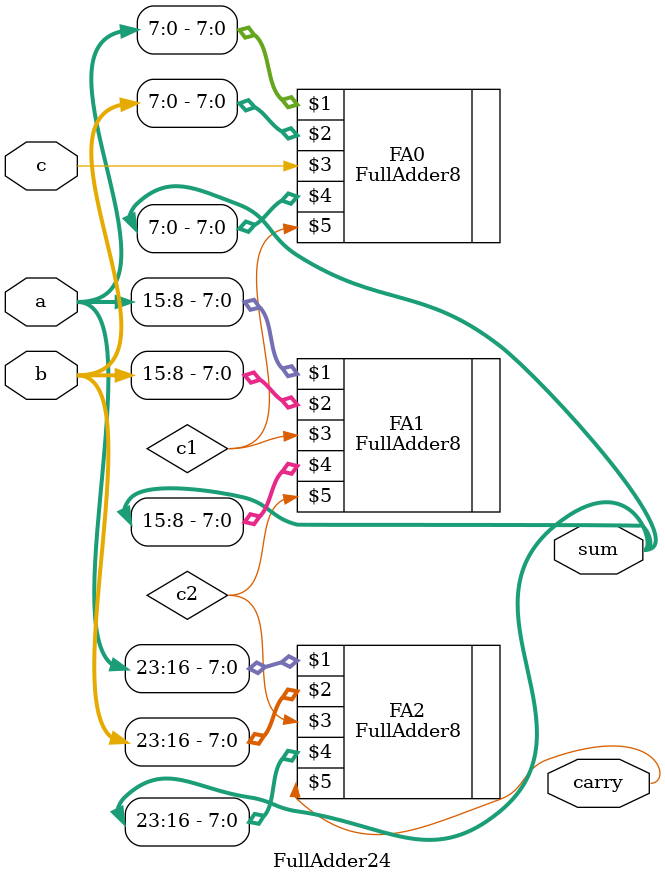
<source format=v>
module FullAdder24(a,b,c,sum,carry);
input [23:0] a,b;
input c;
output [23:0] sum;
output carry;
wire c1,c2;

FullAdder8 FA0(a[7:0],b[7:0],c,sum[7:0],c1);
FullAdder8 FA1(a[15:8],b[15:8],c1,sum[15:8],c2);
FullAdder8 FA2(a[23:16],b[23:16],c2,sum[23:16],carry);

endmodule

</source>
